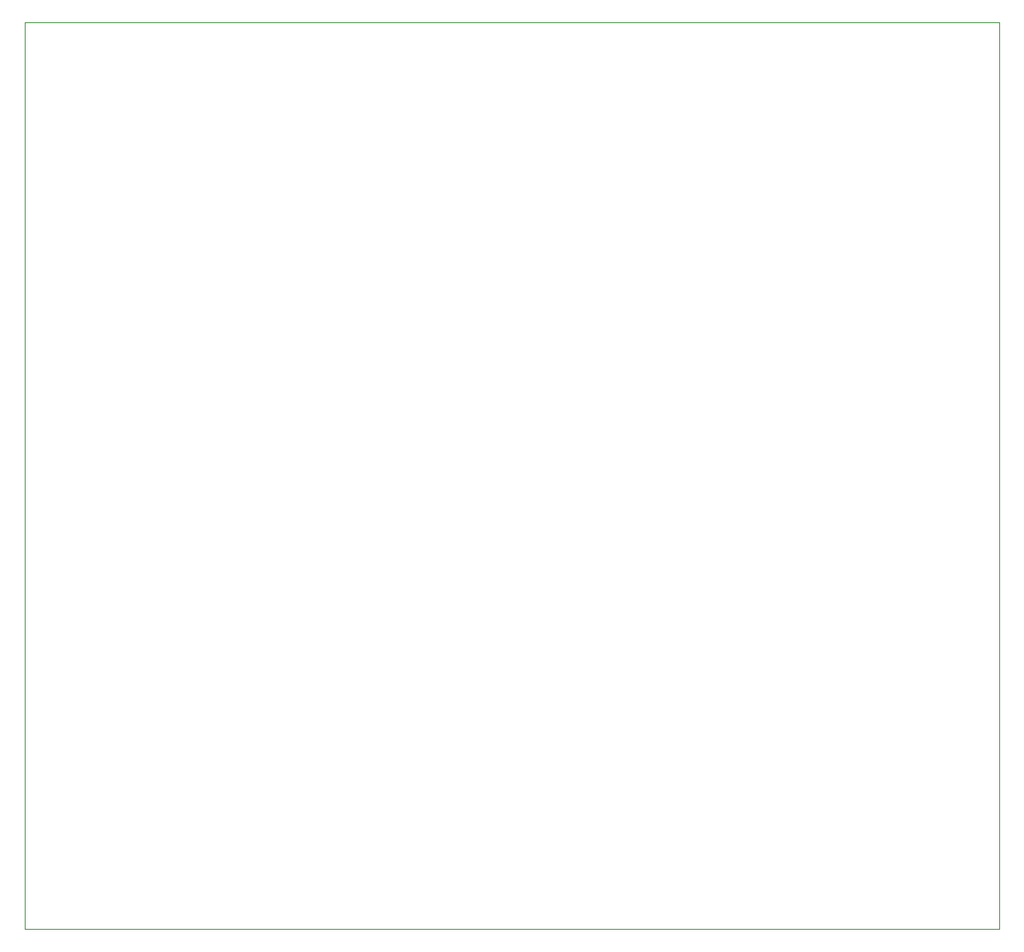
<source format=gbr>
%TF.GenerationSoftware,KiCad,Pcbnew,7.0.7*%
%TF.CreationDate,2023-10-27T11:47:26+02:00*%
%TF.ProjectId,BOB4AXIS,424f4234-4158-4495-932e-6b696361645f,rev?*%
%TF.SameCoordinates,Original*%
%TF.FileFunction,Profile,NP*%
%FSLAX46Y46*%
G04 Gerber Fmt 4.6, Leading zero omitted, Abs format (unit mm)*
G04 Created by KiCad (PCBNEW 7.0.7) date 2023-10-27 11:47:26*
%MOMM*%
%LPD*%
G01*
G04 APERTURE LIST*
%TA.AperFunction,Profile*%
%ADD10C,0.100000*%
%TD*%
G04 APERTURE END LIST*
D10*
X0Y0D02*
X100000000Y0D01*
X100000000Y-93000000D01*
X0Y-93000000D01*
X0Y0D01*
M02*

</source>
